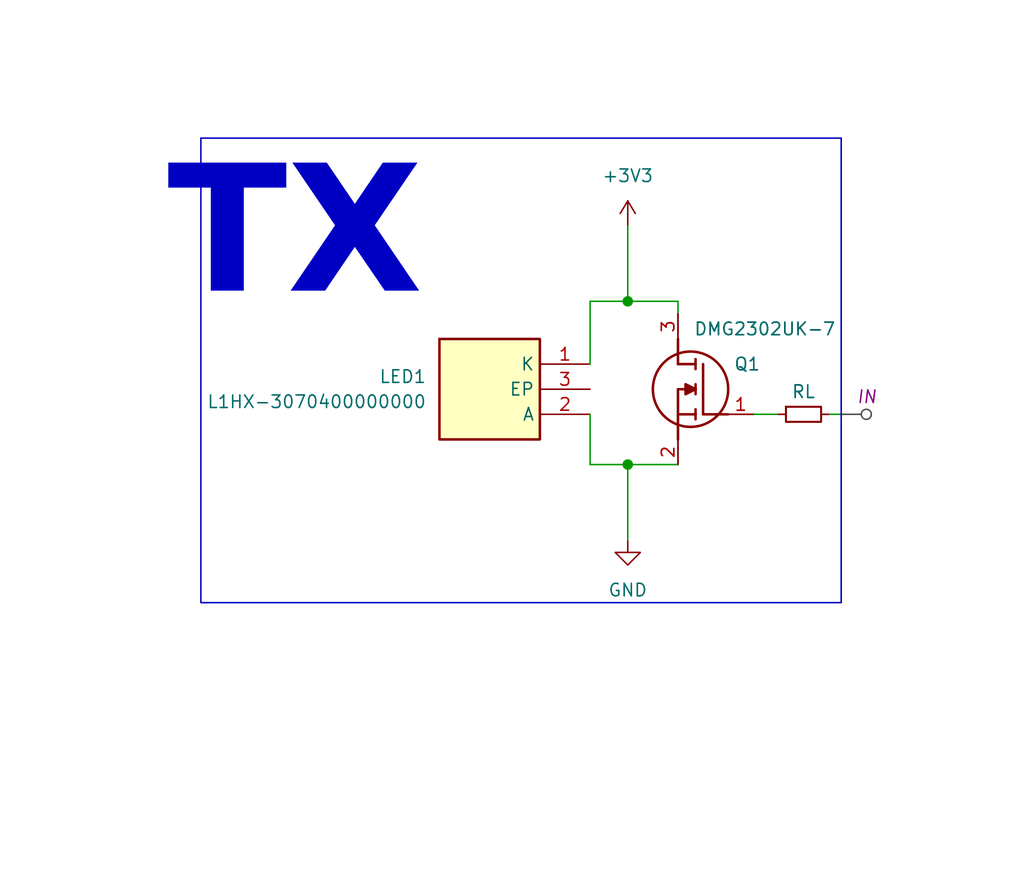
<source format=kicad_sch>
(kicad_sch
	(version 20231120)
	(generator "eeschema")
	(generator_version "8.0")
	(uuid "3d3d9d8d-a1b0-4cbd-8812-0f15a7d3bd48")
	(paper "User" 103.6 88.9)
	(title_block
		(title "Transmitter Circuit Schematic Diagram")
		(date "2024-09-19")
		(rev "1.0")
		(company "Secure VLC Project")
	)
	(lib_symbols
		(symbol "Device:R_Small"
			(pin_numbers hide)
			(pin_names
				(offset 0.254) hide)
			(exclude_from_sim no)
			(in_bom yes)
			(on_board yes)
			(property "Reference" "R"
				(at 0.762 0.508 0)
				(effects
					(font
						(size 1.27 1.27)
					)
					(justify left)
				)
			)
			(property "Value" "R_Small"
				(at 0.762 -1.016 0)
				(effects
					(font
						(size 1.27 1.27)
					)
					(justify left)
				)
			)
			(property "Footprint" ""
				(at 0 0 0)
				(effects
					(font
						(size 1.27 1.27)
					)
					(hide yes)
				)
			)
			(property "Datasheet" "~"
				(at 0 0 0)
				(effects
					(font
						(size 1.27 1.27)
					)
					(hide yes)
				)
			)
			(property "Description" "Resistor, small symbol"
				(at 0 0 0)
				(effects
					(font
						(size 1.27 1.27)
					)
					(hide yes)
				)
			)
			(property "ki_keywords" "R resistor"
				(at 0 0 0)
				(effects
					(font
						(size 1.27 1.27)
					)
					(hide yes)
				)
			)
			(property "ki_fp_filters" "R_*"
				(at 0 0 0)
				(effects
					(font
						(size 1.27 1.27)
					)
					(hide yes)
				)
			)
			(symbol "R_Small_0_1"
				(rectangle
					(start -0.762 1.778)
					(end 0.762 -1.778)
					(stroke
						(width 0.2032)
						(type default)
					)
					(fill
						(type none)
					)
				)
			)
			(symbol "R_Small_1_1"
				(pin passive line
					(at 0 2.54 270)
					(length 0.762)
					(name "~"
						(effects
							(font
								(size 1.27 1.27)
							)
						)
					)
					(number "1"
						(effects
							(font
								(size 1.27 1.27)
							)
						)
					)
				)
				(pin passive line
					(at 0 -2.54 90)
					(length 0.762)
					(name "~"
						(effects
							(font
								(size 1.27 1.27)
							)
						)
					)
					(number "2"
						(effects
							(font
								(size 1.27 1.27)
							)
						)
					)
				)
			)
		)
		(symbol "SamacSys_Parts:DMG2302UK-7"
			(pin_names hide)
			(exclude_from_sim no)
			(in_bom yes)
			(on_board yes)
			(property "Reference" "Q"
				(at 11.43 3.81 0)
				(effects
					(font
						(size 1.27 1.27)
					)
					(justify left top)
				)
			)
			(property "Value" "DMG2302UK-7"
				(at 11.43 1.27 0)
				(effects
					(font
						(size 1.27 1.27)
					)
					(justify left top)
				)
			)
			(property "Footprint" "SOT96P240X110-3N"
				(at 11.43 -98.73 0)
				(effects
					(font
						(size 1.27 1.27)
					)
					(justify left top)
					(hide yes)
				)
			)
			(property "Datasheet" "https://www.diodes.com//assets/Datasheets/DMG2302UK.pdf"
				(at 11.43 -198.73 0)
				(effects
					(font
						(size 1.27 1.27)
					)
					(justify left top)
					(hide yes)
				)
			)
			(property "Description" "MOSFET MOSFET BVDSS: 8V-24V  Low On-Resistance  Low Input Capacitance  Fast Switching Speed  ESD Protected Gate  Totally Lead-Free & Fully RoHS Compliant (Notes 1 & 2)  Halogen and Antimony Free. Green Device (Note 3)  Qualified to AEC-Q101 Standards for High Reliability"
				(at 0 0 0)
				(effects
					(font
						(size 1.27 1.27)
					)
					(hide yes)
				)
			)
			(property "Height" "1.1"
				(at 11.43 -398.73 0)
				(effects
					(font
						(size 1.27 1.27)
					)
					(justify left top)
					(hide yes)
				)
			)
			(property "Mouser Part Number" "621-DMG2302UK-7"
				(at 11.43 -498.73 0)
				(effects
					(font
						(size 1.27 1.27)
					)
					(justify left top)
					(hide yes)
				)
			)
			(property "Mouser Price/Stock" "https://www.mouser.co.uk/ProductDetail/Diodes-Incorporated/DMG2302UK-7?qs=nJRy1mI8RR8oxdwFJAgjOg%3D%3D"
				(at 11.43 -598.73 0)
				(effects
					(font
						(size 1.27 1.27)
					)
					(justify left top)
					(hide yes)
				)
			)
			(property "Manufacturer_Name" "Diodes Incorporated"
				(at 11.43 -698.73 0)
				(effects
					(font
						(size 1.27 1.27)
					)
					(justify left top)
					(hide yes)
				)
			)
			(property "Manufacturer_Part_Number" "DMG2302UK-7"
				(at 11.43 -798.73 0)
				(effects
					(font
						(size 1.27 1.27)
					)
					(justify left top)
					(hide yes)
				)
			)
			(symbol "DMG2302UK-7_1_1"
				(polyline
					(pts
						(xy 2.54 0) (xy 5.08 0)
					)
					(stroke
						(width 0.254)
						(type default)
					)
					(fill
						(type none)
					)
				)
				(polyline
					(pts
						(xy 5.08 5.08) (xy 5.08 0)
					)
					(stroke
						(width 0.254)
						(type default)
					)
					(fill
						(type none)
					)
				)
				(polyline
					(pts
						(xy 5.842 -0.508) (xy 5.842 0.508)
					)
					(stroke
						(width 0.254)
						(type default)
					)
					(fill
						(type none)
					)
				)
				(polyline
					(pts
						(xy 5.842 0) (xy 7.62 0)
					)
					(stroke
						(width 0.254)
						(type default)
					)
					(fill
						(type none)
					)
				)
				(polyline
					(pts
						(xy 5.842 2.032) (xy 5.842 3.048)
					)
					(stroke
						(width 0.254)
						(type default)
					)
					(fill
						(type none)
					)
				)
				(polyline
					(pts
						(xy 5.842 5.588) (xy 5.842 4.572)
					)
					(stroke
						(width 0.254)
						(type default)
					)
					(fill
						(type none)
					)
				)
				(polyline
					(pts
						(xy 7.62 2.54) (xy 5.842 2.54)
					)
					(stroke
						(width 0.254)
						(type default)
					)
					(fill
						(type none)
					)
				)
				(polyline
					(pts
						(xy 7.62 2.54) (xy 7.62 -2.54)
					)
					(stroke
						(width 0.254)
						(type default)
					)
					(fill
						(type none)
					)
				)
				(polyline
					(pts
						(xy 7.62 5.08) (xy 5.842 5.08)
					)
					(stroke
						(width 0.254)
						(type default)
					)
					(fill
						(type none)
					)
				)
				(polyline
					(pts
						(xy 7.62 5.08) (xy 7.62 7.62)
					)
					(stroke
						(width 0.254)
						(type default)
					)
					(fill
						(type none)
					)
				)
				(polyline
					(pts
						(xy 5.842 2.54) (xy 6.858 3.048) (xy 6.858 2.032) (xy 5.842 2.54)
					)
					(stroke
						(width 0.254)
						(type default)
					)
					(fill
						(type outline)
					)
				)
				(circle
					(center 6.35 2.54)
					(radius 3.81)
					(stroke
						(width 0.254)
						(type default)
					)
					(fill
						(type none)
					)
				)
				(pin passive line
					(at 0 0 0)
					(length 2.54)
					(name "G"
						(effects
							(font
								(size 1.27 1.27)
							)
						)
					)
					(number "1"
						(effects
							(font
								(size 1.27 1.27)
							)
						)
					)
				)
				(pin passive line
					(at 7.62 -5.08 90)
					(length 2.54)
					(name "S"
						(effects
							(font
								(size 1.27 1.27)
							)
						)
					)
					(number "2"
						(effects
							(font
								(size 1.27 1.27)
							)
						)
					)
				)
				(pin passive line
					(at 7.62 10.16 270)
					(length 2.54)
					(name "D"
						(effects
							(font
								(size 1.27 1.27)
							)
						)
					)
					(number "3"
						(effects
							(font
								(size 1.27 1.27)
							)
						)
					)
				)
			)
		)
		(symbol "SamacSys_Parts:L1HX-65702D0000000"
			(exclude_from_sim no)
			(in_bom yes)
			(on_board yes)
			(property "Reference" "LED"
				(at 16.51 7.62 0)
				(effects
					(font
						(size 1.27 1.27)
					)
					(justify left top)
				)
			)
			(property "Value" "L1HX-65702D0000000"
				(at 16.51 5.08 0)
				(effects
					(font
						(size 1.27 1.27)
					)
					(justify left top)
				)
			)
			(property "Footprint" "L1HX65702D0000000"
				(at 16.51 -94.92 0)
				(effects
					(font
						(size 1.27 1.27)
					)
					(justify left top)
					(hide yes)
				)
			)
			(property "Datasheet" ""
				(at 16.51 -194.92 0)
				(effects
					(font
						(size 1.27 1.27)
					)
					(justify left top)
					(hide yes)
				)
			)
			(property "Description" "High Power LEDs - White White 6500 K 70-CRI, LUXEON HL2X"
				(at 0 0 0)
				(effects
					(font
						(size 1.27 1.27)
					)
					(hide yes)
				)
			)
			(property "Height" "2.385"
				(at 16.51 -394.92 0)
				(effects
					(font
						(size 1.27 1.27)
					)
					(justify left top)
					(hide yes)
				)
			)
			(property "Mouser Part Number" "997-L1HX65702D00"
				(at 16.51 -494.92 0)
				(effects
					(font
						(size 1.27 1.27)
					)
					(justify left top)
					(hide yes)
				)
			)
			(property "Mouser Price/Stock" "https://www.mouser.co.uk/ProductDetail/Lumileds/L1HX-65702D0000000?qs=rQFj71Wb1eWfHahR7D6%252B7g%3D%3D"
				(at 16.51 -594.92 0)
				(effects
					(font
						(size 1.27 1.27)
					)
					(justify left top)
					(hide yes)
				)
			)
			(property "Manufacturer_Name" "Lumileds"
				(at 16.51 -694.92 0)
				(effects
					(font
						(size 1.27 1.27)
					)
					(justify left top)
					(hide yes)
				)
			)
			(property "Manufacturer_Part_Number" "L1HX-65702D0000000"
				(at 16.51 -794.92 0)
				(effects
					(font
						(size 1.27 1.27)
					)
					(justify left top)
					(hide yes)
				)
			)
			(symbol "L1HX-65702D0000000_1_1"
				(rectangle
					(start 5.08 2.54)
					(end 15.24 -7.62)
					(stroke
						(width 0.254)
						(type default)
					)
					(fill
						(type background)
					)
				)
				(pin passive line
					(at 0 0 0)
					(length 5.08)
					(name "K"
						(effects
							(font
								(size 1.27 1.27)
							)
						)
					)
					(number "1"
						(effects
							(font
								(size 1.27 1.27)
							)
						)
					)
				)
				(pin passive line
					(at 0 -5.08 0)
					(length 5.08)
					(name "A"
						(effects
							(font
								(size 1.27 1.27)
							)
						)
					)
					(number "2"
						(effects
							(font
								(size 1.27 1.27)
							)
						)
					)
				)
				(pin passive line
					(at 0 -2.54 0)
					(length 5.08)
					(name "EP"
						(effects
							(font
								(size 1.27 1.27)
							)
						)
					)
					(number "3"
						(effects
							(font
								(size 1.27 1.27)
							)
						)
					)
				)
			)
		)
		(symbol "power:+3V3"
			(power)
			(pin_numbers hide)
			(pin_names
				(offset 0) hide)
			(exclude_from_sim no)
			(in_bom yes)
			(on_board yes)
			(property "Reference" "#PWR"
				(at 0 -3.81 0)
				(effects
					(font
						(size 1.27 1.27)
					)
					(hide yes)
				)
			)
			(property "Value" "+3V3"
				(at 0 3.556 0)
				(effects
					(font
						(size 1.27 1.27)
					)
				)
			)
			(property "Footprint" ""
				(at 0 0 0)
				(effects
					(font
						(size 1.27 1.27)
					)
					(hide yes)
				)
			)
			(property "Datasheet" ""
				(at 0 0 0)
				(effects
					(font
						(size 1.27 1.27)
					)
					(hide yes)
				)
			)
			(property "Description" "Power symbol creates a global label with name \"+3V3\""
				(at 0 0 0)
				(effects
					(font
						(size 1.27 1.27)
					)
					(hide yes)
				)
			)
			(property "ki_keywords" "global power"
				(at 0 0 0)
				(effects
					(font
						(size 1.27 1.27)
					)
					(hide yes)
				)
			)
			(symbol "+3V3_0_1"
				(polyline
					(pts
						(xy -0.762 1.27) (xy 0 2.54)
					)
					(stroke
						(width 0)
						(type default)
					)
					(fill
						(type none)
					)
				)
				(polyline
					(pts
						(xy 0 0) (xy 0 2.54)
					)
					(stroke
						(width 0)
						(type default)
					)
					(fill
						(type none)
					)
				)
				(polyline
					(pts
						(xy 0 2.54) (xy 0.762 1.27)
					)
					(stroke
						(width 0)
						(type default)
					)
					(fill
						(type none)
					)
				)
			)
			(symbol "+3V3_1_1"
				(pin power_in line
					(at 0 0 90)
					(length 0)
					(name "~"
						(effects
							(font
								(size 1.27 1.27)
							)
						)
					)
					(number "1"
						(effects
							(font
								(size 1.27 1.27)
							)
						)
					)
				)
			)
		)
		(symbol "power:GND"
			(power)
			(pin_numbers hide)
			(pin_names
				(offset 0) hide)
			(exclude_from_sim no)
			(in_bom yes)
			(on_board yes)
			(property "Reference" "#PWR"
				(at 0 -6.35 0)
				(effects
					(font
						(size 1.27 1.27)
					)
					(hide yes)
				)
			)
			(property "Value" "GND"
				(at 0 -3.81 0)
				(effects
					(font
						(size 1.27 1.27)
					)
				)
			)
			(property "Footprint" ""
				(at 0 0 0)
				(effects
					(font
						(size 1.27 1.27)
					)
					(hide yes)
				)
			)
			(property "Datasheet" ""
				(at 0 0 0)
				(effects
					(font
						(size 1.27 1.27)
					)
					(hide yes)
				)
			)
			(property "Description" "Power symbol creates a global label with name \"GND\" , ground"
				(at 0 0 0)
				(effects
					(font
						(size 1.27 1.27)
					)
					(hide yes)
				)
			)
			(property "ki_keywords" "global power"
				(at 0 0 0)
				(effects
					(font
						(size 1.27 1.27)
					)
					(hide yes)
				)
			)
			(symbol "GND_0_1"
				(polyline
					(pts
						(xy 0 0) (xy 0 -1.27) (xy 1.27 -1.27) (xy 0 -2.54) (xy -1.27 -1.27) (xy 0 -1.27)
					)
					(stroke
						(width 0)
						(type default)
					)
					(fill
						(type none)
					)
				)
			)
			(symbol "GND_1_1"
				(pin power_in line
					(at 0 0 270)
					(length 0)
					(name "~"
						(effects
							(font
								(size 1.27 1.27)
							)
						)
					)
					(number "1"
						(effects
							(font
								(size 1.27 1.27)
							)
						)
					)
				)
			)
		)
	)
	(junction
		(at 63.5 30.48)
		(diameter 0)
		(color 0 0 0 0)
		(uuid "0097dead-b023-4d0a-8522-d0e84916b03a")
	)
	(junction
		(at 63.5 46.99)
		(diameter 0)
		(color 0 0 0 0)
		(uuid "5e4bd0c9-0b21-437c-9ffa-eea908e1cdf0")
	)
	(wire
		(pts
			(xy 76.2 41.91) (xy 78.74 41.91)
		)
		(stroke
			(width 0)
			(type default)
		)
		(uuid "2f376d4f-7d20-4dac-af7d-85448261ab9f")
	)
	(wire
		(pts
			(xy 68.58 30.48) (xy 68.58 31.75)
		)
		(stroke
			(width 0)
			(type default)
		)
		(uuid "3ef700f4-f8f8-4064-b79b-01ce50d96d38")
	)
	(wire
		(pts
			(xy 59.69 46.99) (xy 63.5 46.99)
		)
		(stroke
			(width 0)
			(type default)
		)
		(uuid "8e0103b3-51d3-42a4-bc2f-721a6c224609")
	)
	(wire
		(pts
			(xy 63.5 46.99) (xy 63.5 54.61)
		)
		(stroke
			(width 0)
			(type default)
		)
		(uuid "a57e93de-9d25-43a6-8b55-d93204977a69")
	)
	(wire
		(pts
			(xy 85.09 41.91) (xy 83.82 41.91)
		)
		(stroke
			(width 0)
			(type default)
		)
		(uuid "a62923e4-64a5-4b56-b969-ca2e9c88bc81")
	)
	(wire
		(pts
			(xy 59.69 30.48) (xy 63.5 30.48)
		)
		(stroke
			(width 0)
			(type default)
		)
		(uuid "b48f2a55-dba4-43e4-aca2-6e5009233dc1")
	)
	(wire
		(pts
			(xy 59.69 30.48) (xy 59.69 36.83)
		)
		(stroke
			(width 0)
			(type default)
		)
		(uuid "c3512beb-4a81-4717-89c3-f4b2c6988e9d")
	)
	(wire
		(pts
			(xy 59.69 41.91) (xy 59.69 46.99)
		)
		(stroke
			(width 0)
			(type default)
		)
		(uuid "c74ad1bb-f6ff-4388-8504-2d7f992efccb")
	)
	(wire
		(pts
			(xy 63.5 30.48) (xy 68.58 30.48)
		)
		(stroke
			(width 0)
			(type default)
		)
		(uuid "c97e9805-78f3-4a8a-98f4-ab64f65832e1")
	)
	(wire
		(pts
			(xy 63.5 22.86) (xy 63.5 30.48)
		)
		(stroke
			(width 0)
			(type default)
		)
		(uuid "cd50aafd-27ff-49b2-833e-715490626b0e")
	)
	(wire
		(pts
			(xy 63.5 46.99) (xy 68.58 46.99)
		)
		(stroke
			(width 0)
			(type default)
		)
		(uuid "d3c1005e-8817-48b9-8e40-d9c9d4a216fe")
	)
	(rectangle
		(start 20.32 13.97)
		(end 85.09 60.96)
		(stroke
			(width 0)
			(type default)
		)
		(fill
			(type none)
		)
		(uuid 5e200d8d-9dfb-44ee-86ca-e147b5471651)
	)
	(text_box "TX"
		(exclude_from_sim yes)
		(at 22.86 21.59 0)
		(size 13.97 5.08)
		(stroke
			(width -0.0001)
			(type default)
		)
		(fill
			(type none)
		)
		(effects
			(font
				(face "Agency FB")
				(size 12.7 12.7)
				(thickness 2.54)
				(bold yes)
			)
		)
		(uuid "672c8d40-a401-4236-9d70-b6c6d7ef51d7")
	)
	(netclass_flag ""
		(length 2.54)
		(shape round)
		(at 85.09 41.91 270)
		(effects
			(font
				(size 1.27 1.27)
			)
			(justify right bottom)
		)
		(uuid "6da8132f-cacb-40be-9447-75d628122337")
		(property "Netclass" "IN"
			(at 86.614 40.132 0)
			(do_not_autoplace yes)
			(effects
				(font
					(size 1.27 1.27)
					(italic yes)
				)
				(justify left)
			)
		)
	)
	(symbol
		(lib_id "SamacSys_Parts:DMG2302UK-7")
		(at 76.2 41.91 0)
		(mirror y)
		(unit 1)
		(exclude_from_sim no)
		(in_bom yes)
		(on_board yes)
		(dnp no)
		(uuid "23d99f1c-4e26-497a-a209-ae25ba27b0fc")
		(property "Reference" "Q1"
			(at 76.962 36.83 0)
			(effects
				(font
					(size 1.27 1.27)
				)
				(justify left)
			)
		)
		(property "Value" "DMG2302UK-7"
			(at 84.582 33.274 0)
			(effects
				(font
					(size 1.27 1.27)
				)
				(justify left)
			)
		)
		(property "Footprint" "SOT96P240X110-3N"
			(at 64.77 140.64 0)
			(effects
				(font
					(size 1.27 1.27)
				)
				(justify left top)
				(hide yes)
			)
		)
		(property "Datasheet" "https://www.diodes.com//assets/Datasheets/DMG2302UK.pdf"
			(at 64.77 240.64 0)
			(effects
				(font
					(size 1.27 1.27)
				)
				(justify left top)
				(hide yes)
			)
		)
		(property "Description" "MOSFET MOSFET BVDSS: 8V-24V  Low On-Resistance  Low Input Capacitance  Fast Switching Speed  ESD Protected Gate  Totally Lead-Free & Fully RoHS Compliant (Notes 1 & 2)  Halogen and Antimony Free. Green Device (Note 3)  Qualified to AEC-Q101 Standards for High Reliability"
			(at 76.2 41.91 0)
			(effects
				(font
					(size 1.27 1.27)
				)
				(hide yes)
			)
		)
		(property "Height" "1.1"
			(at 64.77 440.64 0)
			(effects
				(font
					(size 1.27 1.27)
				)
				(justify left top)
				(hide yes)
			)
		)
		(property "Mouser Part Number" "621-DMG2302UK-7"
			(at 64.77 540.64 0)
			(effects
				(font
					(size 1.27 1.27)
				)
				(justify left top)
				(hide yes)
			)
		)
		(property "Mouser Price/Stock" "https://www.mouser.co.uk/ProductDetail/Diodes-Incorporated/DMG2302UK-7?qs=nJRy1mI8RR8oxdwFJAgjOg%3D%3D"
			(at 64.77 640.64 0)
			(effects
				(font
					(size 1.27 1.27)
				)
				(justify left top)
				(hide yes)
			)
		)
		(property "Manufacturer_Name" "Diodes Incorporated"
			(at 64.77 740.64 0)
			(effects
				(font
					(size 1.27 1.27)
				)
				(justify left top)
				(hide yes)
			)
		)
		(property "Manufacturer_Part_Number" "DMG2302UK-7"
			(at 64.77 840.64 0)
			(effects
				(font
					(size 1.27 1.27)
				)
				(justify left top)
				(hide yes)
			)
		)
		(pin "2"
			(uuid "a2b73483-1136-4fcc-aef8-55a12c710352")
		)
		(pin "3"
			(uuid "6f9e2109-05e9-477e-8451-81548fb1653e")
		)
		(pin "1"
			(uuid "2f326766-32c7-4f7c-9c07-10f64127913e")
		)
		(instances
			(project "TX_circuit"
				(path "/3d3d9d8d-a1b0-4cbd-8812-0f15a7d3bd48"
					(reference "Q1")
					(unit 1)
				)
			)
		)
	)
	(symbol
		(lib_id "Device:R_Small")
		(at 81.28 41.91 270)
		(unit 1)
		(exclude_from_sim no)
		(in_bom yes)
		(on_board yes)
		(dnp no)
		(uuid "aaa34f8e-fad7-47d9-aead-868893521c5a")
		(property "Reference" "RL"
			(at 81.28 39.624 90)
			(effects
				(font
					(size 1.27 1.27)
				)
			)
		)
		(property "Value" "R_Small"
			(at 80.0101 44.45 0)
			(effects
				(font
					(size 1.27 1.27)
				)
				(justify left)
				(hide yes)
			)
		)
		(property "Footprint" ""
			(at 81.28 41.91 0)
			(effects
				(font
					(size 1.27 1.27)
				)
				(hide yes)
			)
		)
		(property "Datasheet" "~"
			(at 81.28 41.91 0)
			(effects
				(font
					(size 1.27 1.27)
				)
				(hide yes)
			)
		)
		(property "Description" "Resistor, small symbol"
			(at 81.28 41.91 0)
			(effects
				(font
					(size 1.27 1.27)
				)
				(hide yes)
			)
		)
		(pin "1"
			(uuid "ef9ef0a1-56f9-4e93-8226-46f5b0e2fccf")
		)
		(pin "2"
			(uuid "eceef35b-4af4-4a1f-872f-b3f4c37f2e21")
		)
		(instances
			(project "TX_circuit"
				(path "/3d3d9d8d-a1b0-4cbd-8812-0f15a7d3bd48"
					(reference "RL")
					(unit 1)
				)
			)
		)
	)
	(symbol
		(lib_id "power:+3V3")
		(at 63.5 22.86 0)
		(unit 1)
		(exclude_from_sim no)
		(in_bom yes)
		(on_board yes)
		(dnp no)
		(fields_autoplaced yes)
		(uuid "c5fd4be3-66e0-4e39-a13a-fa67fd8ed4f2")
		(property "Reference" "#PWR02"
			(at 63.5 26.67 0)
			(effects
				(font
					(size 1.27 1.27)
				)
				(hide yes)
			)
		)
		(property "Value" "+3V3"
			(at 63.5 17.78 0)
			(effects
				(font
					(size 1.27 1.27)
				)
			)
		)
		(property "Footprint" ""
			(at 63.5 22.86 0)
			(effects
				(font
					(size 1.27 1.27)
				)
				(hide yes)
			)
		)
		(property "Datasheet" ""
			(at 63.5 22.86 0)
			(effects
				(font
					(size 1.27 1.27)
				)
				(hide yes)
			)
		)
		(property "Description" "Power symbol creates a global label with name \"+3V3\""
			(at 63.5 22.86 0)
			(effects
				(font
					(size 1.27 1.27)
				)
				(hide yes)
			)
		)
		(pin "1"
			(uuid "9ab63b41-ef48-43f9-94ce-1e50ac205d56")
		)
		(instances
			(project "TX_circuit"
				(path "/3d3d9d8d-a1b0-4cbd-8812-0f15a7d3bd48"
					(reference "#PWR02")
					(unit 1)
				)
			)
		)
	)
	(symbol
		(lib_id "power:GND")
		(at 63.5 54.61 0)
		(unit 1)
		(exclude_from_sim no)
		(in_bom yes)
		(on_board yes)
		(dnp no)
		(fields_autoplaced yes)
		(uuid "e0bd1924-4a55-475c-8a53-0b0a62d39900")
		(property "Reference" "#PWR01"
			(at 63.5 60.96 0)
			(effects
				(font
					(size 1.27 1.27)
				)
				(hide yes)
			)
		)
		(property "Value" "GND"
			(at 63.5 59.69 0)
			(effects
				(font
					(size 1.27 1.27)
				)
			)
		)
		(property "Footprint" ""
			(at 63.5 54.61 0)
			(effects
				(font
					(size 1.27 1.27)
				)
				(hide yes)
			)
		)
		(property "Datasheet" ""
			(at 63.5 54.61 0)
			(effects
				(font
					(size 1.27 1.27)
				)
				(hide yes)
			)
		)
		(property "Description" "Power symbol creates a global label with name \"GND\" , ground"
			(at 63.5 54.61 0)
			(effects
				(font
					(size 1.27 1.27)
				)
				(hide yes)
			)
		)
		(pin "1"
			(uuid "8f7d4e8a-d54e-4256-b7a0-664b13bdd29a")
		)
		(instances
			(project "TX_circuit"
				(path "/3d3d9d8d-a1b0-4cbd-8812-0f15a7d3bd48"
					(reference "#PWR01")
					(unit 1)
				)
			)
		)
	)
	(symbol
		(lib_id "SamacSys_Parts:L1HX-65702D0000000")
		(at 59.69 36.83 0)
		(mirror y)
		(unit 1)
		(exclude_from_sim no)
		(in_bom yes)
		(on_board yes)
		(dnp no)
		(uuid "f659a02f-4bb3-4e3c-be34-ff71a72e872b")
		(property "Reference" "LED1"
			(at 43.18 38.0999 0)
			(effects
				(font
					(size 1.27 1.27)
				)
				(justify left)
			)
		)
		(property "Value" "L1HX-3070400000000"
			(at 43.18 40.6399 0)
			(effects
				(font
					(size 1.27 1.27)
				)
				(justify left)
			)
		)
		(property "Footprint" "L1HX65702D0000000"
			(at 43.18 131.75 0)
			(effects
				(font
					(size 1.27 1.27)
				)
				(justify left top)
				(hide yes)
			)
		)
		(property "Datasheet" ""
			(at 43.18 231.75 0)
			(effects
				(font
					(size 1.27 1.27)
				)
				(justify left top)
				(hide yes)
			)
		)
		(property "Description" "High Power LEDs - White White 6500 K 70-CRI, LUXEON HL2X"
			(at 59.69 36.83 0)
			(effects
				(font
					(size 1.27 1.27)
				)
				(hide yes)
			)
		)
		(property "Height" "2.385"
			(at 43.18 431.75 0)
			(effects
				(font
					(size 1.27 1.27)
				)
				(justify left top)
				(hide yes)
			)
		)
		(property "Mouser Part Number" "997-L1HX65702D00"
			(at 43.18 531.75 0)
			(effects
				(font
					(size 1.27 1.27)
				)
				(justify left top)
				(hide yes)
			)
		)
		(property "Mouser Price/Stock" "https://www.mouser.co.uk/ProductDetail/Lumileds/L1HX-65702D0000000?qs=rQFj71Wb1eWfHahR7D6%252B7g%3D%3D"
			(at 43.18 631.75 0)
			(effects
				(font
					(size 1.27 1.27)
				)
				(justify left top)
				(hide yes)
			)
		)
		(property "Manufacturer_Name" "Lumileds"
			(at 43.18 731.75 0)
			(effects
				(font
					(size 1.27 1.27)
				)
				(justify left top)
				(hide yes)
			)
		)
		(property "Manufacturer_Part_Number" "L1HX-65702D0000000"
			(at 43.18 831.75 0)
			(effects
				(font
					(size 1.27 1.27)
				)
				(justify left top)
				(hide yes)
			)
		)
		(pin "3"
			(uuid "3d005c44-c12a-45b5-8fe6-715b01036d3e")
		)
		(pin "2"
			(uuid "6773a296-b83b-46ba-8846-2132a179596d")
		)
		(pin "1"
			(uuid "6d7d5932-e734-4882-883c-adc1887b3047")
		)
		(instances
			(project "TX_circuit"
				(path "/3d3d9d8d-a1b0-4cbd-8812-0f15a7d3bd48"
					(reference "LED1")
					(unit 1)
				)
			)
		)
	)
	(sheet_instances
		(path "/"
			(page "1")
		)
	)
)

</source>
